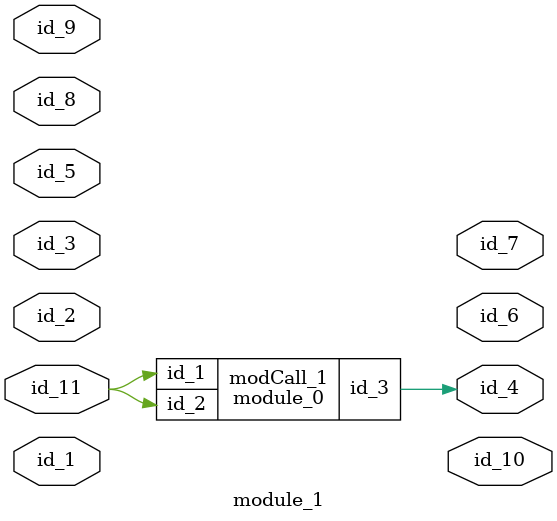
<source format=v>
module module_0 (
    id_1,
    id_2,
    id_3
);
  output wire id_3;
  input wire id_2;
  input wire id_1;
  wire id_4;
  wire id_5, id_6;
  wire id_7;
  wire id_8;
endmodule
module module_1 (
    id_1,
    id_2,
    id_3,
    id_4,
    id_5,
    id_6,
    id_7,
    id_8,
    id_9,
    id_10,
    id_11
);
  inout wire id_11;
  output wire id_10;
  input wire id_9;
  input wire id_8;
  output wire id_7;
  output wire id_6;
  inout wire id_5;
  output wire id_4;
  input wire id_3;
  input wire id_2;
  inout wire id_1;
  wire id_12;
  module_0 modCall_1 (
      id_11,
      id_11,
      id_4
  );
endmodule

</source>
